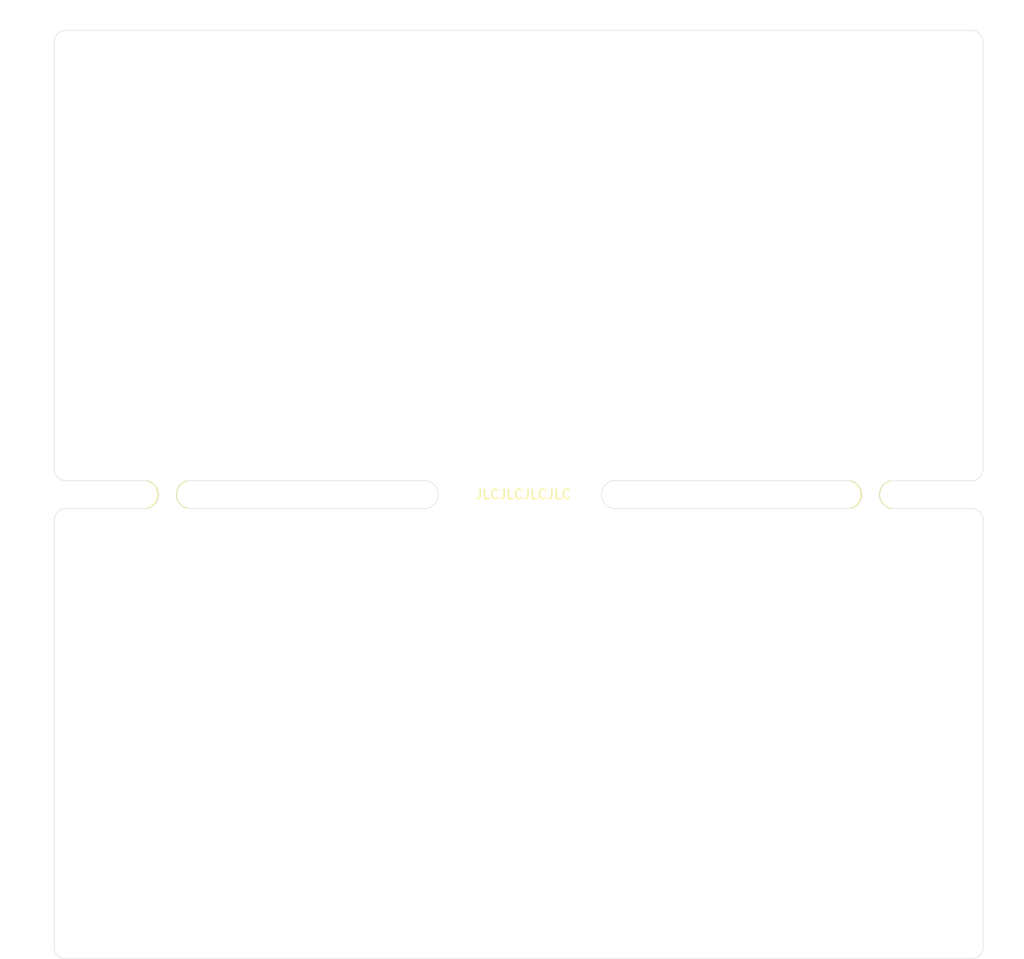
<source format=kicad_pcb>
(kicad_pcb (version 20171130) (host pcbnew 5.1.9-73d0e3b20d~88~ubuntu18.04.1)

  (general
    (thickness 1.6)
    (drawings 32)
    (tracks 0)
    (zones 0)
    (modules 50)
    (nets 1)
  )

  (page A4)
  (title_block
    (date 2021-03-25)
    (rev 1)
  )

  (layers
    (0 F.Cu signal)
    (31 B.Cu signal)
    (32 B.Adhes user)
    (33 F.Adhes user)
    (34 B.Paste user)
    (35 F.Paste user)
    (36 B.SilkS user)
    (37 F.SilkS user)
    (38 B.Mask user)
    (39 F.Mask user)
    (40 Dwgs.User user)
    (41 Cmts.User user)
    (42 Eco1.User user)
    (43 Eco2.User user)
    (44 Edge.Cuts user)
    (45 Margin user)
    (46 B.CrtYd user)
    (47 F.CrtYd user)
    (48 B.Fab user)
    (49 F.Fab user)
  )

  (setup
    (last_trace_width 0.25)
    (trace_clearance 0.2)
    (zone_clearance 0.2)
    (zone_45_only no)
    (trace_min 0.2)
    (via_size 0.8)
    (via_drill 0.4)
    (via_min_size 0.4)
    (via_min_drill 0.3)
    (uvia_size 0.3)
    (uvia_drill 0.1)
    (uvias_allowed no)
    (uvia_min_size 0.2)
    (uvia_min_drill 0.1)
    (edge_width 0.05)
    (segment_width 0.2)
    (pcb_text_width 0.3)
    (pcb_text_size 1.5 1.5)
    (mod_edge_width 0.12)
    (mod_text_size 1 1)
    (mod_text_width 0.15)
    (pad_size 1.524 1.524)
    (pad_drill 0.762)
    (pad_to_mask_clearance 0)
    (aux_axis_origin 0 0)
    (grid_origin 107 32.2)
    (visible_elements FFFFEF7F)
    (pcbplotparams
      (layerselection 0x010f0_ffffffff)
      (usegerberextensions false)
      (usegerberattributes true)
      (usegerberadvancedattributes true)
      (creategerberjobfile true)
      (excludeedgelayer true)
      (linewidth 0.100000)
      (plotframeref false)
      (viasonmask false)
      (mode 1)
      (useauxorigin false)
      (hpglpennumber 1)
      (hpglpenspeed 20)
      (hpglpendiameter 15.000000)
      (psnegative false)
      (psa4output false)
      (plotreference true)
      (plotvalue false)
      (plotinvisibletext false)
      (padsonsilk true)
      (subtractmaskfromsilk false)
      (outputformat 1)
      (mirror false)
      (drillshape 0)
      (scaleselection 1)
      (outputdirectory "gerbers/"))
  )

  (net 0 "")

  (net_class Default "This is the default net class."
    (clearance 0.2)
    (trace_width 0.25)
    (via_dia 0.8)
    (via_drill 0.4)
    (uvia_dia 0.3)
    (uvia_drill 0.1)
  )

  (net_class "AC Main" ""
    (clearance 0.2)
    (trace_width 0.25)
    (via_dia 0.8)
    (via_drill 0.4)
    (uvia_dia 0.3)
    (uvia_drill 0.1)
  )

  (net_class "Power 2A" ""
    (clearance 0.2)
    (trace_width 0.7)
    (via_dia 0.8)
    (via_drill 0.4)
    (uvia_dia 0.3)
    (uvia_drill 0.1)
  )

  (module panels:0.5mm-NPTH-Drill (layer F.Cu) (tedit 5E4C20B0) (tstamp 60600589)
    (at 165.8 83.5)
    (fp_text reference REF** (at 0 1) (layer F.SilkS) hide
      (effects (font (size 1 1) (thickness 0.15)))
    )
    (fp_text value 0.5mm-NPTH-Drill (at 0 -1) (layer F.Fab) hide
      (effects (font (size 1 1) (thickness 0.15)))
    )
    (pad "" np_thru_hole circle (at 0 0) (size 0.5 0.5) (drill 0.5) (layers *.Cu *.Mask))
  )

  (module panels:0.5mm-NPTH-Drill (layer F.Cu) (tedit 5E4C20B0) (tstamp 60600585)
    (at 165.05 80.9)
    (fp_text reference REF** (at 0 1) (layer F.SilkS) hide
      (effects (font (size 1 1) (thickness 0.15)))
    )
    (fp_text value 0.5mm-NPTH-Drill (at 0 -1) (layer F.Fab) hide
      (effects (font (size 1 1) (thickness 0.15)))
    )
    (pad "" np_thru_hole circle (at 0 0) (size 0.5 0.5) (drill 0.5) (layers *.Cu *.Mask))
  )

  (module panels:0.5mm-NPTH-Drill (layer F.Cu) (tedit 5E4C20B0) (tstamp 60600581)
    (at 165.05 83.5)
    (fp_text reference REF** (at 0 1) (layer F.SilkS) hide
      (effects (font (size 1 1) (thickness 0.15)))
    )
    (fp_text value 0.5mm-NPTH-Drill (at 0 -1) (layer F.Fab) hide
      (effects (font (size 1 1) (thickness 0.15)))
    )
    (pad "" np_thru_hole circle (at 0 0) (size 0.5 0.5) (drill 0.5) (layers *.Cu *.Mask))
  )

  (module panels:0.5mm-NPTH-Drill (layer F.Cu) (tedit 5E4C20B0) (tstamp 6060057D)
    (at 164.3 83.5)
    (fp_text reference REF** (at 0 1) (layer F.SilkS) hide
      (effects (font (size 1 1) (thickness 0.15)))
    )
    (fp_text value 0.5mm-NPTH-Drill (at 0 -1) (layer F.Fab) hide
      (effects (font (size 1 1) (thickness 0.15)))
    )
    (pad "" np_thru_hole circle (at 0 0) (size 0.5 0.5) (drill 0.5) (layers *.Cu *.Mask))
  )

  (module panels:0.5mm-NPTH-Drill (layer F.Cu) (tedit 5E4C20B0) (tstamp 60600579)
    (at 165.8 80.9)
    (fp_text reference REF** (at 0 1) (layer F.SilkS) hide
      (effects (font (size 1 1) (thickness 0.15)))
    )
    (fp_text value 0.5mm-NPTH-Drill (at 0 -1) (layer F.Fab) hide
      (effects (font (size 1 1) (thickness 0.15)))
    )
    (pad "" np_thru_hole circle (at 0 0) (size 0.5 0.5) (drill 0.5) (layers *.Cu *.Mask))
  )

  (module panels:0.5mm-NPTH-Drill (layer F.Cu) (tedit 5E4C20B0) (tstamp 60600575)
    (at 164.3 80.9)
    (fp_text reference REF** (at 0 1) (layer F.SilkS) hide
      (effects (font (size 1 1) (thickness 0.15)))
    )
    (fp_text value 0.5mm-NPTH-Drill (at 0 -1) (layer F.Fab) hide
      (effects (font (size 1 1) (thickness 0.15)))
    )
    (pad "" np_thru_hole circle (at 0 0) (size 0.5 0.5) (drill 0.5) (layers *.Cu *.Mask))
  )

  (module panels:0.5mm-NPTH-Drill (layer F.Cu) (tedit 5E4C20B0) (tstamp 60600589)
    (at 163.525 83.5)
    (fp_text reference REF** (at 0 1) (layer F.SilkS) hide
      (effects (font (size 1 1) (thickness 0.15)))
    )
    (fp_text value 0.5mm-NPTH-Drill (at 0 -1) (layer F.Fab) hide
      (effects (font (size 1 1) (thickness 0.15)))
    )
    (pad "" np_thru_hole circle (at 0 0) (size 0.5 0.5) (drill 0.5) (layers *.Cu *.Mask))
  )

  (module panels:0.5mm-NPTH-Drill (layer F.Cu) (tedit 5E4C20B0) (tstamp 60600585)
    (at 162.775 80.9)
    (fp_text reference REF** (at 0 1) (layer F.SilkS) hide
      (effects (font (size 1 1) (thickness 0.15)))
    )
    (fp_text value 0.5mm-NPTH-Drill (at 0 -1) (layer F.Fab) hide
      (effects (font (size 1 1) (thickness 0.15)))
    )
    (pad "" np_thru_hole circle (at 0 0) (size 0.5 0.5) (drill 0.5) (layers *.Cu *.Mask))
  )

  (module panels:0.5mm-NPTH-Drill (layer F.Cu) (tedit 5E4C20B0) (tstamp 60600581)
    (at 162.775 83.5)
    (fp_text reference REF** (at 0 1) (layer F.SilkS) hide
      (effects (font (size 1 1) (thickness 0.15)))
    )
    (fp_text value 0.5mm-NPTH-Drill (at 0 -1) (layer F.Fab) hide
      (effects (font (size 1 1) (thickness 0.15)))
    )
    (pad "" np_thru_hole circle (at 0 0) (size 0.5 0.5) (drill 0.5) (layers *.Cu *.Mask))
  )

  (module panels:0.5mm-NPTH-Drill (layer F.Cu) (tedit 5E4C20B0) (tstamp 6060057D)
    (at 162.025 83.5)
    (fp_text reference REF** (at 0 1) (layer F.SilkS) hide
      (effects (font (size 1 1) (thickness 0.15)))
    )
    (fp_text value 0.5mm-NPTH-Drill (at 0 -1) (layer F.Fab) hide
      (effects (font (size 1 1) (thickness 0.15)))
    )
    (pad "" np_thru_hole circle (at 0 0) (size 0.5 0.5) (drill 0.5) (layers *.Cu *.Mask))
  )

  (module panels:0.5mm-NPTH-Drill (layer F.Cu) (tedit 5E4C20B0) (tstamp 60600579)
    (at 163.525 80.9)
    (fp_text reference REF** (at 0 1) (layer F.SilkS) hide
      (effects (font (size 1 1) (thickness 0.15)))
    )
    (fp_text value 0.5mm-NPTH-Drill (at 0 -1) (layer F.Fab) hide
      (effects (font (size 1 1) (thickness 0.15)))
    )
    (pad "" np_thru_hole circle (at 0 0) (size 0.5 0.5) (drill 0.5) (layers *.Cu *.Mask))
  )

  (module panels:0.5mm-NPTH-Drill (layer F.Cu) (tedit 5E4C20B0) (tstamp 60600575)
    (at 162.025 80.9)
    (fp_text reference REF** (at 0 1) (layer F.SilkS) hide
      (effects (font (size 1 1) (thickness 0.15)))
    )
    (fp_text value 0.5mm-NPTH-Drill (at 0 -1) (layer F.Fab) hide
      (effects (font (size 1 1) (thickness 0.15)))
    )
    (pad "" np_thru_hole circle (at 0 0) (size 0.5 0.5) (drill 0.5) (layers *.Cu *.Mask))
  )

  (module panels:0.5mm-NPTH-Drill (layer F.Cu) (tedit 5E4C20B0) (tstamp 60600589)
    (at 161.25 83.5)
    (fp_text reference REF** (at 0 1) (layer F.SilkS) hide
      (effects (font (size 1 1) (thickness 0.15)))
    )
    (fp_text value 0.5mm-NPTH-Drill (at 0 -1) (layer F.Fab) hide
      (effects (font (size 1 1) (thickness 0.15)))
    )
    (pad "" np_thru_hole circle (at 0 0) (size 0.5 0.5) (drill 0.5) (layers *.Cu *.Mask))
  )

  (module panels:0.5mm-NPTH-Drill (layer F.Cu) (tedit 5E4C20B0) (tstamp 60600585)
    (at 160.5 80.9)
    (fp_text reference REF** (at 0 1) (layer F.SilkS) hide
      (effects (font (size 1 1) (thickness 0.15)))
    )
    (fp_text value 0.5mm-NPTH-Drill (at 0 -1) (layer F.Fab) hide
      (effects (font (size 1 1) (thickness 0.15)))
    )
    (pad "" np_thru_hole circle (at 0 0) (size 0.5 0.5) (drill 0.5) (layers *.Cu *.Mask))
  )

  (module panels:0.5mm-NPTH-Drill (layer F.Cu) (tedit 5E4C20B0) (tstamp 60600581)
    (at 160.5 83.5)
    (fp_text reference REF** (at 0 1) (layer F.SilkS) hide
      (effects (font (size 1 1) (thickness 0.15)))
    )
    (fp_text value 0.5mm-NPTH-Drill (at 0 -1) (layer F.Fab) hide
      (effects (font (size 1 1) (thickness 0.15)))
    )
    (pad "" np_thru_hole circle (at 0 0) (size 0.5 0.5) (drill 0.5) (layers *.Cu *.Mask))
  )

  (module panels:0.5mm-NPTH-Drill (layer F.Cu) (tedit 5E4C20B0) (tstamp 6060057D)
    (at 159.75 83.5)
    (fp_text reference REF** (at 0 1) (layer F.SilkS) hide
      (effects (font (size 1 1) (thickness 0.15)))
    )
    (fp_text value 0.5mm-NPTH-Drill (at 0 -1) (layer F.Fab) hide
      (effects (font (size 1 1) (thickness 0.15)))
    )
    (pad "" np_thru_hole circle (at 0 0) (size 0.5 0.5) (drill 0.5) (layers *.Cu *.Mask))
  )

  (module panels:0.5mm-NPTH-Drill (layer F.Cu) (tedit 5E4C20B0) (tstamp 60600579)
    (at 161.25 80.9)
    (fp_text reference REF** (at 0 1) (layer F.SilkS) hide
      (effects (font (size 1 1) (thickness 0.15)))
    )
    (fp_text value 0.5mm-NPTH-Drill (at 0 -1) (layer F.Fab) hide
      (effects (font (size 1 1) (thickness 0.15)))
    )
    (pad "" np_thru_hole circle (at 0 0) (size 0.5 0.5) (drill 0.5) (layers *.Cu *.Mask))
  )

  (module panels:0.5mm-NPTH-Drill (layer F.Cu) (tedit 5E4C20B0) (tstamp 60600575)
    (at 159.75 80.9)
    (fp_text reference REF** (at 0 1) (layer F.SilkS) hide
      (effects (font (size 1 1) (thickness 0.15)))
    )
    (fp_text value 0.5mm-NPTH-Drill (at 0 -1) (layer F.Fab) hide
      (effects (font (size 1 1) (thickness 0.15)))
    )
    (pad "" np_thru_hole circle (at 0 0) (size 0.5 0.5) (drill 0.5) (layers *.Cu *.Mask))
  )

  (module panels:0.5mm-NPTH-Drill (layer F.Cu) (tedit 5E4C20B0) (tstamp 60600589)
    (at 158.975 83.5)
    (fp_text reference REF** (at 0 1) (layer F.SilkS) hide
      (effects (font (size 1 1) (thickness 0.15)))
    )
    (fp_text value 0.5mm-NPTH-Drill (at 0 -1) (layer F.Fab) hide
      (effects (font (size 1 1) (thickness 0.15)))
    )
    (pad "" np_thru_hole circle (at 0 0) (size 0.5 0.5) (drill 0.5) (layers *.Cu *.Mask))
  )

  (module panels:0.5mm-NPTH-Drill (layer F.Cu) (tedit 5E4C20B0) (tstamp 60600585)
    (at 158.225 80.9)
    (fp_text reference REF** (at 0 1) (layer F.SilkS) hide
      (effects (font (size 1 1) (thickness 0.15)))
    )
    (fp_text value 0.5mm-NPTH-Drill (at 0 -1) (layer F.Fab) hide
      (effects (font (size 1 1) (thickness 0.15)))
    )
    (pad "" np_thru_hole circle (at 0 0) (size 0.5 0.5) (drill 0.5) (layers *.Cu *.Mask))
  )

  (module panels:0.5mm-NPTH-Drill (layer F.Cu) (tedit 5E4C20B0) (tstamp 60600581)
    (at 158.225 83.5)
    (fp_text reference REF** (at 0 1) (layer F.SilkS) hide
      (effects (font (size 1 1) (thickness 0.15)))
    )
    (fp_text value 0.5mm-NPTH-Drill (at 0 -1) (layer F.Fab) hide
      (effects (font (size 1 1) (thickness 0.15)))
    )
    (pad "" np_thru_hole circle (at 0 0) (size 0.5 0.5) (drill 0.5) (layers *.Cu *.Mask))
  )

  (module panels:0.5mm-NPTH-Drill (layer F.Cu) (tedit 5E4C20B0) (tstamp 6060057D)
    (at 157.475 83.5)
    (fp_text reference REF** (at 0 1) (layer F.SilkS) hide
      (effects (font (size 1 1) (thickness 0.15)))
    )
    (fp_text value 0.5mm-NPTH-Drill (at 0 -1) (layer F.Fab) hide
      (effects (font (size 1 1) (thickness 0.15)))
    )
    (pad "" np_thru_hole circle (at 0 0) (size 0.5 0.5) (drill 0.5) (layers *.Cu *.Mask))
  )

  (module panels:0.5mm-NPTH-Drill (layer F.Cu) (tedit 5E4C20B0) (tstamp 60600579)
    (at 158.975 80.9)
    (fp_text reference REF** (at 0 1) (layer F.SilkS) hide
      (effects (font (size 1 1) (thickness 0.15)))
    )
    (fp_text value 0.5mm-NPTH-Drill (at 0 -1) (layer F.Fab) hide
      (effects (font (size 1 1) (thickness 0.15)))
    )
    (pad "" np_thru_hole circle (at 0 0) (size 0.5 0.5) (drill 0.5) (layers *.Cu *.Mask))
  )

  (module panels:0.5mm-NPTH-Drill (layer F.Cu) (tedit 5E4C20B0) (tstamp 60600575)
    (at 157.475 80.9)
    (fp_text reference REF** (at 0 1) (layer F.SilkS) hide
      (effects (font (size 1 1) (thickness 0.15)))
    )
    (fp_text value 0.5mm-NPTH-Drill (at 0 -1) (layer F.Fab) hide
      (effects (font (size 1 1) (thickness 0.15)))
    )
    (pad "" np_thru_hole circle (at 0 0) (size 0.5 0.5) (drill 0.5) (layers *.Cu *.Mask))
  )

  (module panels:0.5mm-NPTH-Drill (layer F.Cu) (tedit 5E4C20B0) (tstamp 60600589)
    (at 156.7 83.5)
    (fp_text reference REF** (at 0 1) (layer F.SilkS) hide
      (effects (font (size 1 1) (thickness 0.15)))
    )
    (fp_text value 0.5mm-NPTH-Drill (at 0 -1) (layer F.Fab) hide
      (effects (font (size 1 1) (thickness 0.15)))
    )
    (pad "" np_thru_hole circle (at 0 0) (size 0.5 0.5) (drill 0.5) (layers *.Cu *.Mask))
  )

  (module panels:0.5mm-NPTH-Drill (layer F.Cu) (tedit 5E4C20B0) (tstamp 60600585)
    (at 155.95 80.9)
    (fp_text reference REF** (at 0 1) (layer F.SilkS) hide
      (effects (font (size 1 1) (thickness 0.15)))
    )
    (fp_text value 0.5mm-NPTH-Drill (at 0 -1) (layer F.Fab) hide
      (effects (font (size 1 1) (thickness 0.15)))
    )
    (pad "" np_thru_hole circle (at 0 0) (size 0.5 0.5) (drill 0.5) (layers *.Cu *.Mask))
  )

  (module panels:0.5mm-NPTH-Drill (layer F.Cu) (tedit 5E4C20B0) (tstamp 60600581)
    (at 155.95 83.5)
    (fp_text reference REF** (at 0 1) (layer F.SilkS) hide
      (effects (font (size 1 1) (thickness 0.15)))
    )
    (fp_text value 0.5mm-NPTH-Drill (at 0 -1) (layer F.Fab) hide
      (effects (font (size 1 1) (thickness 0.15)))
    )
    (pad "" np_thru_hole circle (at 0 0) (size 0.5 0.5) (drill 0.5) (layers *.Cu *.Mask))
  )

  (module panels:0.5mm-NPTH-Drill (layer F.Cu) (tedit 5E4C20B0) (tstamp 6060057D)
    (at 155.2 83.5)
    (fp_text reference REF** (at 0 1) (layer F.SilkS) hide
      (effects (font (size 1 1) (thickness 0.15)))
    )
    (fp_text value 0.5mm-NPTH-Drill (at 0 -1) (layer F.Fab) hide
      (effects (font (size 1 1) (thickness 0.15)))
    )
    (pad "" np_thru_hole circle (at 0 0) (size 0.5 0.5) (drill 0.5) (layers *.Cu *.Mask))
  )

  (module panels:0.5mm-NPTH-Drill (layer F.Cu) (tedit 5E4C20B0) (tstamp 60600579)
    (at 156.7 80.9)
    (fp_text reference REF** (at 0 1) (layer F.SilkS) hide
      (effects (font (size 1 1) (thickness 0.15)))
    )
    (fp_text value 0.5mm-NPTH-Drill (at 0 -1) (layer F.Fab) hide
      (effects (font (size 1 1) (thickness 0.15)))
    )
    (pad "" np_thru_hole circle (at 0 0) (size 0.5 0.5) (drill 0.5) (layers *.Cu *.Mask))
  )

  (module panels:0.5mm-NPTH-Drill (layer F.Cu) (tedit 5E4C20B0) (tstamp 60600575)
    (at 155.2 80.9)
    (fp_text reference REF** (at 0 1) (layer F.SilkS) hide
      (effects (font (size 1 1) (thickness 0.15)))
    )
    (fp_text value 0.5mm-NPTH-Drill (at 0 -1) (layer F.Fab) hide
      (effects (font (size 1 1) (thickness 0.15)))
    )
    (pad "" np_thru_hole circle (at 0 0) (size 0.5 0.5) (drill 0.5) (layers *.Cu *.Mask))
  )

  (module panels:0.5mm-NPTH-Drill (layer F.Cu) (tedit 5E4C20B0) (tstamp 60600589)
    (at 154.45 83.5)
    (fp_text reference REF** (at 0 1) (layer F.SilkS) hide
      (effects (font (size 1 1) (thickness 0.15)))
    )
    (fp_text value 0.5mm-NPTH-Drill (at 0 -1) (layer F.Fab) hide
      (effects (font (size 1 1) (thickness 0.15)))
    )
    (pad "" np_thru_hole circle (at 0 0) (size 0.5 0.5) (drill 0.5) (layers *.Cu *.Mask))
  )

  (module panels:0.5mm-NPTH-Drill (layer F.Cu) (tedit 5E4C20B0) (tstamp 60600585)
    (at 153.7 80.9)
    (fp_text reference REF** (at 0 1) (layer F.SilkS) hide
      (effects (font (size 1 1) (thickness 0.15)))
    )
    (fp_text value 0.5mm-NPTH-Drill (at 0 -1) (layer F.Fab) hide
      (effects (font (size 1 1) (thickness 0.15)))
    )
    (pad "" np_thru_hole circle (at 0 0) (size 0.5 0.5) (drill 0.5) (layers *.Cu *.Mask))
  )

  (module panels:0.5mm-NPTH-Drill (layer F.Cu) (tedit 5E4C20B0) (tstamp 60600581)
    (at 153.7 83.5)
    (fp_text reference REF** (at 0 1) (layer F.SilkS) hide
      (effects (font (size 1 1) (thickness 0.15)))
    )
    (fp_text value 0.5mm-NPTH-Drill (at 0 -1) (layer F.Fab) hide
      (effects (font (size 1 1) (thickness 0.15)))
    )
    (pad "" np_thru_hole circle (at 0 0) (size 0.5 0.5) (drill 0.5) (layers *.Cu *.Mask))
  )

  (module panels:0.5mm-NPTH-Drill (layer F.Cu) (tedit 5E4C20B0) (tstamp 6060057D)
    (at 152.95 83.5)
    (fp_text reference REF** (at 0 1) (layer F.SilkS) hide
      (effects (font (size 1 1) (thickness 0.15)))
    )
    (fp_text value 0.5mm-NPTH-Drill (at 0 -1) (layer F.Fab) hide
      (effects (font (size 1 1) (thickness 0.15)))
    )
    (pad "" np_thru_hole circle (at 0 0) (size 0.5 0.5) (drill 0.5) (layers *.Cu *.Mask))
  )

  (module panels:0.5mm-NPTH-Drill (layer F.Cu) (tedit 5E4C20B0) (tstamp 60600579)
    (at 154.45 80.9)
    (fp_text reference REF** (at 0 1) (layer F.SilkS) hide
      (effects (font (size 1 1) (thickness 0.15)))
    )
    (fp_text value 0.5mm-NPTH-Drill (at 0 -1) (layer F.Fab) hide
      (effects (font (size 1 1) (thickness 0.15)))
    )
    (pad "" np_thru_hole circle (at 0 0) (size 0.5 0.5) (drill 0.5) (layers *.Cu *.Mask))
  )

  (module panels:0.5mm-NPTH-Drill (layer F.Cu) (tedit 5E4C20B0) (tstamp 60600575)
    (at 152.95 80.9)
    (fp_text reference REF** (at 0 1) (layer F.SilkS) hide
      (effects (font (size 1 1) (thickness 0.15)))
    )
    (fp_text value 0.5mm-NPTH-Drill (at 0 -1) (layer F.Fab) hide
      (effects (font (size 1 1) (thickness 0.15)))
    )
    (pad "" np_thru_hole circle (at 0 0) (size 0.5 0.5) (drill 0.5) (layers *.Cu *.Mask))
  )

  (module panels:0.5mm-NPTH-Drill (layer F.Cu) (tedit 5E4C20B0) (tstamp 60600589)
    (at 152.2 83.5)
    (fp_text reference REF** (at 0 1) (layer F.SilkS) hide
      (effects (font (size 1 1) (thickness 0.15)))
    )
    (fp_text value 0.5mm-NPTH-Drill (at 0 -1) (layer F.Fab) hide
      (effects (font (size 1 1) (thickness 0.15)))
    )
    (pad "" np_thru_hole circle (at 0 0) (size 0.5 0.5) (drill 0.5) (layers *.Cu *.Mask))
  )

  (module panels:0.5mm-NPTH-Drill (layer F.Cu) (tedit 5E4C20B0) (tstamp 60600585)
    (at 151.45 80.9)
    (fp_text reference REF** (at 0 1) (layer F.SilkS) hide
      (effects (font (size 1 1) (thickness 0.15)))
    )
    (fp_text value 0.5mm-NPTH-Drill (at 0 -1) (layer F.Fab) hide
      (effects (font (size 1 1) (thickness 0.15)))
    )
    (pad "" np_thru_hole circle (at 0 0) (size 0.5 0.5) (drill 0.5) (layers *.Cu *.Mask))
  )

  (module panels:0.5mm-NPTH-Drill (layer F.Cu) (tedit 5E4C20B0) (tstamp 60600581)
    (at 151.45 83.5)
    (fp_text reference REF** (at 0 1) (layer F.SilkS) hide
      (effects (font (size 1 1) (thickness 0.15)))
    )
    (fp_text value 0.5mm-NPTH-Drill (at 0 -1) (layer F.Fab) hide
      (effects (font (size 1 1) (thickness 0.15)))
    )
    (pad "" np_thru_hole circle (at 0 0) (size 0.5 0.5) (drill 0.5) (layers *.Cu *.Mask))
  )

  (module panels:0.5mm-NPTH-Drill (layer F.Cu) (tedit 5E4C20B0) (tstamp 6060057D)
    (at 150.7 83.5)
    (fp_text reference REF** (at 0 1) (layer F.SilkS) hide
      (effects (font (size 1 1) (thickness 0.15)))
    )
    (fp_text value 0.5mm-NPTH-Drill (at 0 -1) (layer F.Fab) hide
      (effects (font (size 1 1) (thickness 0.15)))
    )
    (pad "" np_thru_hole circle (at 0 0) (size 0.5 0.5) (drill 0.5) (layers *.Cu *.Mask))
  )

  (module panels:0.5mm-NPTH-Drill (layer F.Cu) (tedit 5E4C20B0) (tstamp 60600579)
    (at 152.2 80.9)
    (fp_text reference REF** (at 0 1) (layer F.SilkS) hide
      (effects (font (size 1 1) (thickness 0.15)))
    )
    (fp_text value 0.5mm-NPTH-Drill (at 0 -1) (layer F.Fab) hide
      (effects (font (size 1 1) (thickness 0.15)))
    )
    (pad "" np_thru_hole circle (at 0 0) (size 0.5 0.5) (drill 0.5) (layers *.Cu *.Mask))
  )

  (module panels:0.5mm-NPTH-Drill (layer F.Cu) (tedit 5E4C20B0) (tstamp 60600575)
    (at 150.7 80.9)
    (fp_text reference REF** (at 0 1) (layer F.SilkS) hide
      (effects (font (size 1 1) (thickness 0.15)))
    )
    (fp_text value 0.5mm-NPTH-Drill (at 0 -1) (layer F.Fab) hide
      (effects (font (size 1 1) (thickness 0.15)))
    )
    (pad "" np_thru_hole circle (at 0 0) (size 0.5 0.5) (drill 0.5) (layers *.Cu *.Mask))
  )

  (module panels:0.5mm-NPTH-Drill (layer F.Cu) (tedit 5E4C20B0) (tstamp 60600515)
    (at 149.95 83.5)
    (fp_text reference REF** (at 0 1) (layer F.SilkS) hide
      (effects (font (size 1 1) (thickness 0.15)))
    )
    (fp_text value 0.5mm-NPTH-Drill (at 0 -1) (layer F.Fab) hide
      (effects (font (size 1 1) (thickness 0.15)))
    )
    (pad "" np_thru_hole circle (at 0 0) (size 0.5 0.5) (drill 0.5) (layers *.Cu *.Mask))
  )

  (module panels:0.5mm-NPTH-Drill (layer F.Cu) (tedit 5E4C20B0) (tstamp 60600515)
    (at 149.2 83.5)
    (fp_text reference REF** (at 0 1) (layer F.SilkS) hide
      (effects (font (size 1 1) (thickness 0.15)))
    )
    (fp_text value 0.5mm-NPTH-Drill (at 0 -1) (layer F.Fab) hide
      (effects (font (size 1 1) (thickness 0.15)))
    )
    (pad "" np_thru_hole circle (at 0 0) (size 0.5 0.5) (drill 0.5) (layers *.Cu *.Mask))
  )

  (module panels:0.5mm-NPTH-Drill (layer F.Cu) (tedit 5E4C20B0) (tstamp 60600515)
    (at 148.45 83.5)
    (fp_text reference REF** (at 0 1) (layer F.SilkS) hide
      (effects (font (size 1 1) (thickness 0.15)))
    )
    (fp_text value 0.5mm-NPTH-Drill (at 0 -1) (layer F.Fab) hide
      (effects (font (size 1 1) (thickness 0.15)))
    )
    (pad "" np_thru_hole circle (at 0 0) (size 0.5 0.5) (drill 0.5) (layers *.Cu *.Mask))
  )

  (module panels:0.5mm-NPTH-Drill (layer F.Cu) (tedit 5E4C20B0) (tstamp 60600515)
    (at 149.95 80.9)
    (fp_text reference REF** (at 0 1) (layer F.SilkS) hide
      (effects (font (size 1 1) (thickness 0.15)))
    )
    (fp_text value 0.5mm-NPTH-Drill (at 0 -1) (layer F.Fab) hide
      (effects (font (size 1 1) (thickness 0.15)))
    )
    (pad "" np_thru_hole circle (at 0 0) (size 0.5 0.5) (drill 0.5) (layers *.Cu *.Mask))
  )

  (module panels:0.5mm-NPTH-Drill (layer F.Cu) (tedit 5E4C20B0) (tstamp 60600515)
    (at 149.2 80.9)
    (fp_text reference REF** (at 0 1) (layer F.SilkS) hide
      (effects (font (size 1 1) (thickness 0.15)))
    )
    (fp_text value 0.5mm-NPTH-Drill (at 0 -1) (layer F.Fab) hide
      (effects (font (size 1 1) (thickness 0.15)))
    )
    (pad "" np_thru_hole circle (at 0 0) (size 0.5 0.5) (drill 0.5) (layers *.Cu *.Mask))
  )

  (module panels:0.5mm-NPTH-Drill (layer F.Cu) (tedit 5E4C20B0) (tstamp 606004AD)
    (at 148.45 80.9)
    (fp_text reference REF** (at 0 1) (layer F.SilkS) hide
      (effects (font (size 1 1) (thickness 0.15)))
    )
    (fp_text value 0.5mm-NPTH-Drill (at 0 -1) (layer F.Fab) hide
      (effects (font (size 1 1) (thickness 0.15)))
    )
    (pad "" np_thru_hole circle (at 0 0) (size 0.5 0.5) (drill 0.5) (layers *.Cu *.Mask))
  )

  (module panels:mouse-bite-3mm-slot (layer F.Cu) (tedit 5E4D5524) (tstamp 605FFE75)
    (at 194.85 82.2)
    (fp_text reference mouse-bite-3mm-slot (at 0 -2.35) (layer F.SilkS) hide
      (effects (font (size 1 1) (thickness 0.2)))
    )
    (fp_text value VAL** (at 0 2.3) (layer F.SilkS) hide
      (effects (font (size 1 1) (thickness 0.2)))
    )
    (fp_line (start -2.51 0) (end -2.5 0) (layer Eco1.User) (width 3))
    (fp_line (start 2.51 0) (end 2.5 0) (layer Eco1.User) (width 3))
    (fp_arc (start -2.5 0) (end -2.100001 1.449999) (angle -149.9569647) (layer F.SilkS) (width 0.12))
    (fp_arc (start 2.5 0) (end 2.100001 -1.449999) (angle -149.9569647) (layer F.SilkS) (width 0.12))
    (pad "" np_thru_hole circle (at 0 -1.3) (size 0.5 0.5) (drill 0.5) (layers *.Cu *.Mask))
    (pad "" np_thru_hole circle (at 0 1.3) (size 0.5 0.5) (drill 0.5) (layers *.Cu *.Mask))
    (pad "" np_thru_hole circle (at 0.75 -1.3) (size 0.5 0.5) (drill 0.5) (layers *.Cu *.Mask))
    (pad "" np_thru_hole circle (at -0.75 -1.3) (size 0.5 0.5) (drill 0.5) (layers *.Cu *.Mask))
    (pad "" np_thru_hole circle (at -0.75 1.3) (size 0.5 0.5) (drill 0.5) (layers *.Cu *.Mask))
    (pad "" np_thru_hole circle (at 0.75 1.3) (size 0.5 0.5) (drill 0.5) (layers *.Cu *.Mask))
  )

  (module panels:mouse-bite-3mm-slot (layer F.Cu) (tedit 5E4D5524) (tstamp 605FFE62)
    (at 119.15 82.2)
    (fp_text reference mouse-bite-3mm-slot (at 0 -2.35) (layer F.SilkS) hide
      (effects (font (size 1 1) (thickness 0.2)))
    )
    (fp_text value VAL** (at 0 2.3) (layer F.SilkS) hide
      (effects (font (size 1 1) (thickness 0.2)))
    )
    (fp_arc (start 2.5 0) (end 2.100001 -1.449999) (angle -149.9569647) (layer F.SilkS) (width 0.12))
    (fp_arc (start -2.5 0) (end -2.100001 1.449999) (angle -149.9569647) (layer F.SilkS) (width 0.12))
    (fp_line (start -2.51 0) (end -2.5 0) (layer Eco1.User) (width 3))
    (fp_line (start 2.51 0) (end 2.5 0) (layer Eco1.User) (width 3))
    (pad "" np_thru_hole circle (at 0.75 1.3) (size 0.5 0.5) (drill 0.5) (layers *.Cu *.Mask))
    (pad "" np_thru_hole circle (at -0.75 1.3) (size 0.5 0.5) (drill 0.5) (layers *.Cu *.Mask))
    (pad "" np_thru_hole circle (at -0.75 -1.3) (size 0.5 0.5) (drill 0.5) (layers *.Cu *.Mask))
    (pad "" np_thru_hole circle (at 0.75 -1.3) (size 0.5 0.5) (drill 0.5) (layers *.Cu *.Mask))
    (pad "" np_thru_hole circle (at 0 1.3) (size 0.5 0.5) (drill 0.5) (layers *.Cu *.Mask))
    (pad "" np_thru_hole circle (at 0 -1.3) (size 0.5 0.5) (drill 0.5) (layers *.Cu *.Mask))
  )

  (dimension 48.5 (width 0.1) (layer Dwgs.User)
    (gr_text "48,500 mm" (at 210 56.45 270) (layer Dwgs.User)
      (effects (font (size 1 1) (thickness 0.15)))
    )
    (feature1 (pts (xy 205.75 80.7) (xy 209.336421 80.7)))
    (feature2 (pts (xy 205.75 32.2) (xy 209.336421 32.2)))
    (crossbar (pts (xy 208.75 32.2) (xy 208.75 80.7)))
    (arrow1a (pts (xy 208.75 80.7) (xy 208.163579 79.573496)))
    (arrow1b (pts (xy 208.75 80.7) (xy 209.336421 79.573496)))
    (arrow2a (pts (xy 208.75 32.2) (xy 208.163579 33.326504)))
    (arrow2b (pts (xy 208.75 32.2) (xy 209.336421 33.326504)))
  )
  (dimension 100 (width 0.1) (layer Dwgs.User)
    (gr_text "100,000 mm" (at 104.875 82.2 270) (layer Dwgs.User)
      (effects (font (size 1 1) (thickness 0.15)))
    )
    (feature1 (pts (xy 108.25 132.2) (xy 105.538579 132.2)))
    (feature2 (pts (xy 108.25 32.2) (xy 105.538579 32.2)))
    (crossbar (pts (xy 106.125 32.2) (xy 106.125 132.2)))
    (arrow1a (pts (xy 106.125 132.2) (xy 105.538579 131.073496)))
    (arrow1b (pts (xy 106.125 132.2) (xy 106.711421 131.073496)))
    (arrow2a (pts (xy 106.125 32.2) (xy 105.538579 33.326504)))
    (arrow2b (pts (xy 106.125 32.2) (xy 106.711421 33.326504)))
  )
  (dimension 100 (width 0.1) (layer Dwgs.User)
    (gr_text "100,000 mm" (at 157 29.675) (layer Dwgs.User)
      (effects (font (size 1 1) (thickness 0.15)))
    )
    (feature1 (pts (xy 207 33.45) (xy 207 30.338579)))
    (feature2 (pts (xy 107 33.45) (xy 107 30.338579)))
    (crossbar (pts (xy 107 30.925) (xy 207 30.925)))
    (arrow1a (pts (xy 207 30.925) (xy 205.873496 31.511421)))
    (arrow1b (pts (xy 207 30.925) (xy 205.873496 30.338579)))
    (arrow2a (pts (xy 107 30.925) (xy 108.126504 31.511421)))
    (arrow2b (pts (xy 107 30.925) (xy 108.126504 30.338579)))
  )
  (gr_text JLCJLCJLCJLC (at 157.475 82.175) (layer F.SilkS)
    (effects (font (size 1 1) (thickness 0.15)))
  )
  (gr_arc (start 167.475 82.2) (end 167.05 80.700002) (angle -148.365328) (layer Edge.Cuts) (width 0.05))
  (gr_line (start 167.049999 80.700001) (end 192.7 80.700002) (layer Edge.Cuts) (width 0.05) (tstamp 6060018B))
  (gr_line (start 147.049999 83.699998) (end 121.299999 83.699998) (layer Edge.Cuts) (width 0.05) (tstamp 60600015))
  (gr_arc (start 146.825 82.2) (end 147.049999 83.699998) (angle -162.9384632) (layer Edge.Cuts) (width 0.05))
  (gr_arc (start 192.425 82.2) (end 192.699998 83.699998) (angle -159.2223145) (layer Edge.Cuts) (width 0.05))
  (gr_arc (start 197.4 82.2) (end 196.950001 80.700001) (angle -146.6015115) (layer Edge.Cuts) (width 0.05))
  (gr_arc (start 121.7 82.2) (end 121.300001 80.700001) (angle -150.1371656) (layer Edge.Cuts) (width 0.05))
  (gr_arc (start 116.7 82.2) (end 117.049999 83.699999) (angle -153.7319554) (layer Edge.Cuts) (width 0.05))
  (gr_line (start 117.05 80.700001) (end 108.25 80.7) (layer Edge.Cuts) (width 0.05) (tstamp 605FFEDD))
  (gr_line (start 117.049999 83.699999) (end 108.25 83.7) (layer Edge.Cuts) (width 0.05) (tstamp 605FFEDD))
  (gr_line (start 205.75 83.7) (end 196.95 83.699999) (layer Edge.Cuts) (width 0.05) (tstamp 605FFEDD))
  (gr_line (start 205.75 80.7) (end 196.950001 80.700001) (layer Edge.Cuts) (width 0.05))
  (gr_arc (start 108.25 84.95) (end 108.25 83.7) (angle -90) (layer Edge.Cuts) (width 0.05) (tstamp 605FFA71))
  (gr_arc (start 108.25 130.95) (end 107 130.95) (angle -90) (layer Edge.Cuts) (width 0.05) (tstamp 605FFA6E))
  (gr_arc (start 205.75 130.95) (end 205.75 132.2) (angle -90) (layer Edge.Cuts) (width 0.05) (tstamp 605FFA6B))
  (gr_arc (start 205.75 84.95) (end 207 84.95) (angle -90) (layer Edge.Cuts) (width 0.05) (tstamp 605FFA68))
  (gr_line (start 107 84.95) (end 107 130.95) (layer Edge.Cuts) (width 0.05) (tstamp 605FFA41))
  (gr_line (start 108.25 132.2) (end 205.75 132.2) (layer Edge.Cuts) (width 0.05) (tstamp 605FFA3E))
  (gr_line (start 207 130.95) (end 207 84.95) (layer Edge.Cuts) (width 0.05) (tstamp 605FFA3B))
  (gr_line (start 192.699998 83.699998) (end 167.050001 83.700372) (layer Edge.Cuts) (width 0.05) (tstamp 605FFA38))
  (gr_arc (start 205.75 33.45) (end 207 33.45) (angle -90) (layer Edge.Cuts) (width 0.05) (tstamp 605B513B))
  (gr_arc (start 205.75 79.45) (end 205.75 80.7) (angle -90) (layer Edge.Cuts) (width 0.05) (tstamp 605B512E))
  (gr_arc (start 108.25 79.45) (end 107 79.45) (angle -90) (layer Edge.Cuts) (width 0.05) (tstamp 605B512E))
  (gr_arc (start 108.25 33.45) (end 108.25 32.2) (angle -90) (layer Edge.Cuts) (width 0.05))
  (gr_line (start 205.75 32.2) (end 108.25 32.2) (layer Edge.Cuts) (width 0.05) (tstamp 605C099E))
  (gr_line (start 207 79.45) (end 207 33.45) (layer Edge.Cuts) (width 0.05) (tstamp 605B2A12))
  (gr_line (start 121.300002 80.700003) (end 147.050001 80.700002) (layer Edge.Cuts) (width 0.05) (tstamp 605A3E51))
  (gr_line (start 107 33.45) (end 107 79.45) (layer Edge.Cuts) (width 0.05) (tstamp 605B2DA7))

)

</source>
